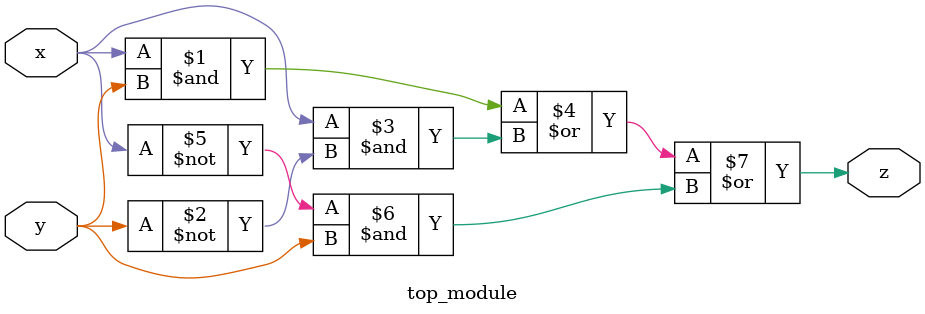
<source format=sv>
module top_module (
  input x,
  input y,
  output z
);
  
  assign z = (x & y) | (x & ~y) | (~x & y);
  
endmodule

</source>
